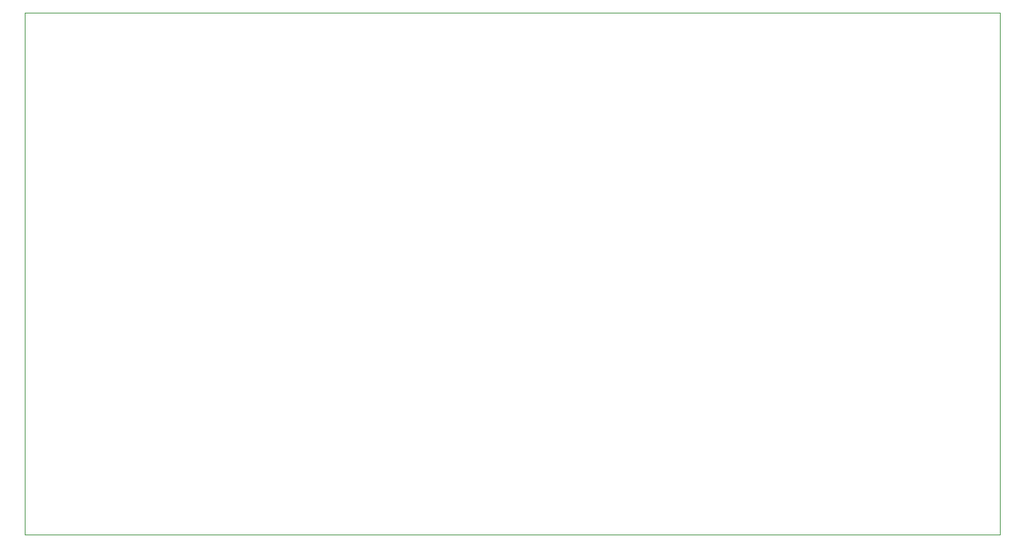
<source format=gbr>
G04 #@! TF.GenerationSoftware,KiCad,Pcbnew,(5.1.2)-2*
G04 #@! TF.CreationDate,2020-05-15T02:34:10+07:00*
G04 #@! TF.ProjectId,power_arduino,706f7765-725f-4617-9264-75696e6f2e6b,rev?*
G04 #@! TF.SameCoordinates,Original*
G04 #@! TF.FileFunction,Profile,NP*
%FSLAX46Y46*%
G04 Gerber Fmt 4.6, Leading zero omitted, Abs format (unit mm)*
G04 Created by KiCad (PCBNEW (5.1.2)-2) date 2020-05-15 02:34:10*
%MOMM*%
%LPD*%
G04 APERTURE LIST*
%ADD10C,0.050000*%
G04 APERTURE END LIST*
D10*
X158242000Y-101600000D02*
X158242000Y-39116000D01*
X41656000Y-101600000D02*
X158242000Y-101600000D01*
X41656000Y-101092000D02*
X41656000Y-101600000D01*
X41656000Y-39116000D02*
X41656000Y-101092000D01*
X158242000Y-39116000D02*
X41656000Y-39116000D01*
M02*

</source>
